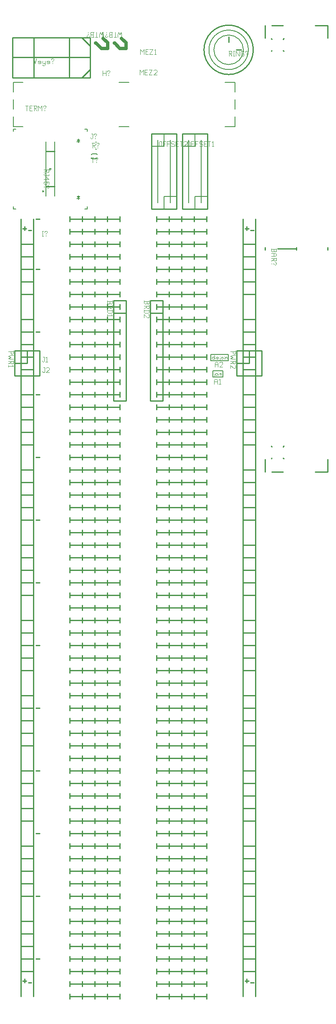
<source format=gbr>
G04 start of page 13 for group -4079 idx -4079 *
G04 Title: (unknown), topsilk *
G04 Creator: pcb 4.2.0 *
G04 CreationDate: Sat Jul  4 16:09:31 2020 UTC *
G04 For: commonadmin *
G04 Format: Gerber/RS-274X *
G04 PCB-Dimensions (mil): 3500.00 8250.00 *
G04 PCB-Coordinate-Origin: lower left *
%MOIN*%
%FSLAX25Y25*%
%LNTOPSILK*%
%ADD204C,0.0040*%
%ADD203C,0.0080*%
%ADD202C,0.0250*%
%ADD201C,0.0060*%
%ADD200C,0.0100*%
G54D200*X142000Y736000D02*Y676000D01*
X162000D01*
Y736000D01*
X142000D01*
G54D201*X147000Y731000D02*Y681000D01*
X157000Y731000D02*Y681000D01*
X152000Y676000D02*Y686000D01*
X162000D01*
X152000Y726000D02*X142000D01*
X152000D02*Y736000D01*
X127500Y686000D02*Y676000D01*
Y686000D02*X137500D01*
X117500Y726000D02*X127500D01*
Y736000D02*Y726000D01*
X122500Y731000D02*Y681000D01*
X132500Y731000D02*Y681000D01*
G54D200*X117500Y676000D02*X137500D01*
X117500Y736000D02*Y676000D01*
Y736000D02*X137500D01*
Y676000D01*
X179000Y813236D02*Y808906D01*
X184906Y803000D02*X189236D01*
G54D201*X167189D02*G75*G03X179000Y791189I11811J0D01*G01*
Y814811D02*G75*G03X167189Y803000I0J-11811D01*G01*
X190811Y803000D02*G75*G03X179000Y814811I-11811J0D01*G01*
Y791189D02*G75*G03X190811Y803000I0J11811D01*G01*
X179000Y787252D02*G75*G03X194748Y803000I0J15748D01*G01*
Y803000D02*G75*G03X179000Y818748I-15748J0D01*G01*
G75*G03X163252Y803000I0J-15748D01*G01*
Y803000D02*G75*G03X179000Y787252I15748J0D01*G01*
G54D200*X198685Y803000D02*G75*G03X179000Y822685I-19685J0D01*G01*
G75*G03X159315Y803000I0J-19685D01*G01*
Y803000D02*G75*G03X179000Y783315I19685J0D01*G01*
G75*G03X198685Y803000I0J19685D01*G01*
X6571Y812748D02*Y780858D01*
X68382D01*
Y812748D01*
X6571D01*
X61689D02*X68382Y806055D01*
X61689Y780858D02*X68382Y787551D01*
X23500Y812748D02*Y780858D01*
X51846Y812748D02*Y780858D01*
X6571Y797000D02*X68382D01*
G54D202*X82283Y808661D02*Y804724D01*
Y808661D02*X78740Y812205D01*
X77291Y804205D02*X82283D01*
X72835Y808268D02*X73228D01*
X77291Y804205D02*X73228Y808268D01*
X97047Y808661D02*Y804724D01*
Y808661D02*X93504Y812205D01*
X92055Y804205D02*X97047D01*
X87598Y808268D02*X87992D01*
X92055Y804205D02*X87992Y808268D01*
G54D201*X73407Y716050D02*X74207Y716850D01*
X69907Y716050D02*X73407D01*
X69207Y716750D02*X69907Y716050D01*
X70007Y720050D02*X69307Y719350D01*
X70007Y720050D02*X73507D01*
X74207Y719350D02*X73507Y720050D01*
G54D203*X72607Y729255D02*X73393D01*
X72607Y723745D02*X73393D01*
G54D201*X58980Y732000D02*Y731213D01*
Y729835D02*Y729047D01*
X57799Y729835D02*X60161D01*
X57996Y731213D02*X59965D01*
X58980Y730228D02*X57996Y731213D01*
X59965D02*X58980Y730228D01*
X60039Y685917D02*X59055Y684933D01*
X58071Y685917D01*
X60039D01*
X57874Y684539D02*X60236D01*
X59055D02*Y683752D01*
Y686705D02*Y685917D01*
G54D200*X32957Y694008D02*X40043D01*
X32957Y721961D02*X40043D01*
G54D201*X32957Y729638D02*Y686528D01*
X40043Y729638D02*Y686528D01*
X36500Y708772D02*Y707197D01*
X35713Y707984D02*X37287D01*
X6972Y739874D02*X8941D01*
X6972D02*Y737906D01*
Y676094D02*X8941D01*
X6972Y678063D02*Y676094D01*
X64059Y739874D02*X66028D01*
Y737906D01*
X64059Y676094D02*X66028D01*
Y678063D02*Y676094D01*
X31382Y690858D02*X30398Y689874D01*
Y690858D02*X31382Y689874D01*
X91563Y777217D02*X99437D01*
X91563Y741783D02*X99437D01*
X6917Y763437D02*Y755563D01*
X184083Y763437D02*Y755563D01*
Y777217D02*Y769343D01*
Y777217D02*X176209D01*
X184083Y741783D02*Y749657D01*
Y741783D02*X176209D01*
X6917Y777217D02*X14791D01*
X6917D02*Y769343D01*
Y741783D02*Y749657D01*
Y741783D02*X14791D01*
G54D200*X223000Y477000D02*X222500Y477500D01*
X213000Y487000D02*X213500Y486500D01*
X213000Y477000D02*X213500Y477500D01*
X223000Y487000D02*X222500Y486500D01*
X213000Y812000D02*X213500Y811500D01*
X213000Y802000D02*X213500Y802500D01*
X223000Y812000D02*X222500Y811500D01*
X223000Y802000D02*X222500Y802500D01*
X213500Y822500D02*X222500D01*
X213500Y466500D02*X222500D01*
X218000Y644500D02*X233000D01*
Y645500D02*Y643500D01*
X208000Y645500D02*Y643500D01*
X258000Y645500D02*Y643500D01*
X248000Y822500D02*X258000D01*
Y812500D01*
X248000Y466500D02*X258000D01*
Y476500D02*Y466500D01*
X208000Y476500D02*Y466500D01*
Y822500D02*Y812500D01*
X8000Y563000D02*Y543000D01*
X28000D01*
Y563000D01*
X8000D01*
Y553000D02*X18000D01*
Y563000D01*
X161500Y50000D02*Y46000D01*
X151500Y50000D02*Y46000D01*
X141500Y50000D02*Y46000D01*
X131500Y50000D02*Y46000D01*
X121500Y50000D02*Y46000D01*
X92000Y50000D02*Y46000D01*
X82000Y50000D02*Y46000D01*
X72000Y50000D02*Y46000D01*
X62000Y50000D02*Y46000D01*
X52000Y50000D02*Y46000D01*
X121500Y48000D02*X161500D01*
X52000D02*X92000D01*
X161500Y60000D02*Y56000D01*
X151500Y60000D02*Y56000D01*
X141500Y60000D02*Y56000D01*
X131500Y60000D02*Y56000D01*
X121500Y60000D02*Y56000D01*
X92000Y60000D02*Y56000D01*
X82000Y60000D02*Y56000D01*
X72000Y60000D02*Y56000D01*
X62000Y60000D02*Y56000D01*
X52000Y60000D02*Y56000D01*
X121500Y58000D02*X161500D01*
X52000D02*X92000D01*
X161500Y100000D02*Y96000D01*
X151500Y100000D02*Y96000D01*
X141500Y100000D02*Y96000D01*
X131500Y100000D02*Y96000D01*
X121500Y100000D02*Y96000D01*
X92000Y100000D02*Y96000D01*
X82000Y100000D02*Y96000D01*
X72000Y100000D02*Y96000D01*
X62000Y100000D02*Y96000D01*
X52000Y100000D02*Y96000D01*
X121500Y98000D02*X161500D01*
X52000D02*X92000D01*
X25000Y78000D02*X28000D01*
X25000Y128000D02*X28000D01*
X25000Y178000D02*X28000D01*
X25000Y228000D02*X28000D01*
X25000Y278000D02*X28000D01*
X25000Y328000D02*X28000D01*
X25000Y378000D02*X28000D01*
X25000Y428000D02*X28000D01*
X25000Y478000D02*X28000D01*
X25000Y528000D02*X28000D01*
X25000Y578000D02*X28000D01*
X25000Y628000D02*X28000D01*
X25000Y668000D02*X28000D01*
X161500Y70000D02*Y66000D01*
X151500Y70000D02*Y66000D01*
X141500Y70000D02*Y66000D01*
X131500Y70000D02*Y66000D01*
X121500Y70000D02*Y66000D01*
X92000Y70000D02*Y66000D01*
X82000Y70000D02*Y66000D01*
X72000Y70000D02*Y66000D01*
X62000Y70000D02*Y66000D01*
X52000Y70000D02*Y66000D01*
X121500Y68000D02*X161500D01*
X52000D02*X92000D01*
X161500Y80000D02*Y76000D01*
X151500Y80000D02*Y76000D01*
X141500Y80000D02*Y76000D01*
X131500Y80000D02*Y76000D01*
X121500Y80000D02*Y76000D01*
X92000Y80000D02*Y76000D01*
X82000Y80000D02*Y76000D01*
X72000Y80000D02*Y76000D01*
X62000Y80000D02*Y76000D01*
X52000Y80000D02*Y76000D01*
X121500Y78000D02*X161500D01*
X52000D02*X92000D01*
X161500Y90000D02*Y86000D01*
X151500Y90000D02*Y86000D01*
X141500Y90000D02*Y86000D01*
X131500Y90000D02*Y86000D01*
X121500Y90000D02*Y86000D01*
X92000Y90000D02*Y86000D01*
X82000Y90000D02*Y86000D01*
X72000Y90000D02*Y86000D01*
X62000Y90000D02*Y86000D01*
X52000Y90000D02*Y86000D01*
X121500Y88000D02*X161500D01*
X52000D02*X92000D01*
X161500Y110000D02*Y106000D01*
X151500Y110000D02*Y106000D01*
X141500Y110000D02*Y106000D01*
X131500Y110000D02*Y106000D01*
X121500Y110000D02*Y106000D01*
X92000Y110000D02*Y106000D01*
X82000Y110000D02*Y106000D01*
X72000Y110000D02*Y106000D01*
X62000Y110000D02*Y106000D01*
X52000Y110000D02*Y106000D01*
X121500Y108000D02*X161500D01*
X52000D02*X92000D01*
X161500Y120000D02*Y116000D01*
X151500Y120000D02*Y116000D01*
X141500Y120000D02*Y116000D01*
X131500Y120000D02*Y116000D01*
X121500Y120000D02*Y116000D01*
X92000Y120000D02*Y116000D01*
X82000Y120000D02*Y116000D01*
X72000Y120000D02*Y116000D01*
X62000Y120000D02*Y116000D01*
X52000Y120000D02*Y116000D01*
X121500Y118000D02*X161500D01*
X52000D02*X92000D01*
X161500Y130000D02*Y126000D01*
X151500Y130000D02*Y126000D01*
X141500Y130000D02*Y126000D01*
X131500Y130000D02*Y126000D01*
X121500Y130000D02*Y126000D01*
X92000Y130000D02*Y126000D01*
X82000Y130000D02*Y126000D01*
X72000Y130000D02*Y126000D01*
X62000Y130000D02*Y126000D01*
X52000Y130000D02*Y126000D01*
X121500Y128000D02*X161500D01*
X52000D02*X92000D01*
X161500Y140000D02*Y136000D01*
X151500Y140000D02*Y136000D01*
X141500Y140000D02*Y136000D01*
X131500Y140000D02*Y136000D01*
X121500Y140000D02*Y136000D01*
X92000Y140000D02*Y136000D01*
X82000Y140000D02*Y136000D01*
X72000Y140000D02*Y136000D01*
X62000Y140000D02*Y136000D01*
X52000Y140000D02*Y136000D01*
X121500Y138000D02*X161500D01*
X52000D02*X92000D01*
X161500Y150000D02*Y146000D01*
X151500Y150000D02*Y146000D01*
X141500Y150000D02*Y146000D01*
X131500Y150000D02*Y146000D01*
X121500Y150000D02*Y146000D01*
X92000Y150000D02*Y146000D01*
X82000Y150000D02*Y146000D01*
X72000Y150000D02*Y146000D01*
X62000Y150000D02*Y146000D01*
X52000Y150000D02*Y146000D01*
X121500Y148000D02*X161500D01*
X52000D02*X92000D01*
X161500Y160000D02*Y156000D01*
X151500Y160000D02*Y156000D01*
X141500Y160000D02*Y156000D01*
X131500Y160000D02*Y156000D01*
X121500Y160000D02*Y156000D01*
X92000Y160000D02*Y156000D01*
X82000Y160000D02*Y156000D01*
X72000Y160000D02*Y156000D01*
X62000Y160000D02*Y156000D01*
X52000Y160000D02*Y156000D01*
X121500Y158000D02*X161500D01*
X52000D02*X92000D01*
X161500Y170000D02*Y166000D01*
X151500Y170000D02*Y166000D01*
X141500Y170000D02*Y166000D01*
X131500Y170000D02*Y166000D01*
X121500Y170000D02*Y166000D01*
X92000Y170000D02*Y166000D01*
X82000Y170000D02*Y166000D01*
X72000Y170000D02*Y166000D01*
X62000Y170000D02*Y166000D01*
X52000Y170000D02*Y166000D01*
X121500Y168000D02*X161500D01*
X52000D02*X92000D01*
X161500Y180000D02*Y176000D01*
X151500Y180000D02*Y176000D01*
X141500Y180000D02*Y176000D01*
X131500Y180000D02*Y176000D01*
X121500Y180000D02*Y176000D01*
X92000Y180000D02*Y176000D01*
X82000Y180000D02*Y176000D01*
X72000Y180000D02*Y176000D01*
X62000Y180000D02*Y176000D01*
X52000Y180000D02*Y176000D01*
X121500Y178000D02*X161500D01*
X52000D02*X92000D01*
X161500Y190000D02*Y186000D01*
X151500Y190000D02*Y186000D01*
X141500Y190000D02*Y186000D01*
X131500Y190000D02*Y186000D01*
X121500Y190000D02*Y186000D01*
X92000Y190000D02*Y186000D01*
X82000Y190000D02*Y186000D01*
X72000Y190000D02*Y186000D01*
X62000Y190000D02*Y186000D01*
X52000Y190000D02*Y186000D01*
X121500Y188000D02*X161500D01*
X52000D02*X92000D01*
X161500Y200000D02*Y196000D01*
X151500Y200000D02*Y196000D01*
X141500Y200000D02*Y196000D01*
X131500Y200000D02*Y196000D01*
X121500Y200000D02*Y196000D01*
X92000Y200000D02*Y196000D01*
X82000Y200000D02*Y196000D01*
X72000Y200000D02*Y196000D01*
X62000Y200000D02*Y196000D01*
X52000Y200000D02*Y196000D01*
X121500Y198000D02*X161500D01*
X52000D02*X92000D01*
X161500Y210000D02*Y206000D01*
X151500Y210000D02*Y206000D01*
X141500Y210000D02*Y206000D01*
X131500Y210000D02*Y206000D01*
X121500Y210000D02*Y206000D01*
X92000Y210000D02*Y206000D01*
X82000Y210000D02*Y206000D01*
X72000Y210000D02*Y206000D01*
X62000Y210000D02*Y206000D01*
X52000Y210000D02*Y206000D01*
X121500Y208000D02*X161500D01*
X52000D02*X92000D01*
X161500Y220000D02*Y216000D01*
X151500Y220000D02*Y216000D01*
X141500Y220000D02*Y216000D01*
X131500Y220000D02*Y216000D01*
X121500Y220000D02*Y216000D01*
X92000Y220000D02*Y216000D01*
X82000Y220000D02*Y216000D01*
X72000Y220000D02*Y216000D01*
X62000Y220000D02*Y216000D01*
X52000Y220000D02*Y216000D01*
X121500Y218000D02*X161500D01*
X52000D02*X92000D01*
X161500Y230000D02*Y226000D01*
X151500Y230000D02*Y226000D01*
X141500Y230000D02*Y226000D01*
X131500Y230000D02*Y226000D01*
X121500Y230000D02*Y226000D01*
X92000Y230000D02*Y226000D01*
X82000Y230000D02*Y226000D01*
X72000Y230000D02*Y226000D01*
X62000Y230000D02*Y226000D01*
X52000Y230000D02*Y226000D01*
X121500Y228000D02*X161500D01*
X52000D02*X92000D01*
X161500Y240000D02*Y236000D01*
X151500Y240000D02*Y236000D01*
X141500Y240000D02*Y236000D01*
X131500Y240000D02*Y236000D01*
X121500Y240000D02*Y236000D01*
X92000Y240000D02*Y236000D01*
X82000Y240000D02*Y236000D01*
X72000Y240000D02*Y236000D01*
X62000Y240000D02*Y236000D01*
X52000Y240000D02*Y236000D01*
X121500Y238000D02*X161500D01*
X52000D02*X92000D01*
X161500Y250000D02*Y246000D01*
X151500Y250000D02*Y246000D01*
X141500Y250000D02*Y246000D01*
X131500Y250000D02*Y246000D01*
X121500Y250000D02*Y246000D01*
X92000Y250000D02*Y246000D01*
X82000Y250000D02*Y246000D01*
X72000Y250000D02*Y246000D01*
X62000Y250000D02*Y246000D01*
X52000Y250000D02*Y246000D01*
X121500Y248000D02*X161500D01*
X52000D02*X92000D01*
X161500Y260000D02*Y256000D01*
X151500Y260000D02*Y256000D01*
X141500Y260000D02*Y256000D01*
X131500Y260000D02*Y256000D01*
X121500Y260000D02*Y256000D01*
X92000Y260000D02*Y256000D01*
X82000Y260000D02*Y256000D01*
X72000Y260000D02*Y256000D01*
X62000Y260000D02*Y256000D01*
X52000Y260000D02*Y256000D01*
X121500Y258000D02*X161500D01*
X52000D02*X92000D01*
X161500Y270000D02*Y266000D01*
X151500Y270000D02*Y266000D01*
X141500Y270000D02*Y266000D01*
X131500Y270000D02*Y266000D01*
X121500Y270000D02*Y266000D01*
X92000Y270000D02*Y266000D01*
X82000Y270000D02*Y266000D01*
X72000Y270000D02*Y266000D01*
X62000Y270000D02*Y266000D01*
X52000Y270000D02*Y266000D01*
X121500Y268000D02*X161500D01*
X52000D02*X92000D01*
X161500Y280000D02*Y276000D01*
X151500Y280000D02*Y276000D01*
X141500Y280000D02*Y276000D01*
X131500Y280000D02*Y276000D01*
X121500Y280000D02*Y276000D01*
X92000Y280000D02*Y276000D01*
X82000Y280000D02*Y276000D01*
X72000Y280000D02*Y276000D01*
X62000Y280000D02*Y276000D01*
X52000Y280000D02*Y276000D01*
X121500Y278000D02*X161500D01*
X52000D02*X92000D01*
X161500Y290000D02*Y286000D01*
X151500Y290000D02*Y286000D01*
X141500Y290000D02*Y286000D01*
X131500Y290000D02*Y286000D01*
X121500Y290000D02*Y286000D01*
X92000Y290000D02*Y286000D01*
X82000Y290000D02*Y286000D01*
X72000Y290000D02*Y286000D01*
X62000Y290000D02*Y286000D01*
X52000Y290000D02*Y286000D01*
X121500Y288000D02*X161500D01*
X52000D02*X92000D01*
X161500Y300000D02*Y296000D01*
X151500Y300000D02*Y296000D01*
X141500Y300000D02*Y296000D01*
X131500Y300000D02*Y296000D01*
X121500Y300000D02*Y296000D01*
X92000Y300000D02*Y296000D01*
X82000Y300000D02*Y296000D01*
X72000Y300000D02*Y296000D01*
X62000Y300000D02*Y296000D01*
X52000Y300000D02*Y296000D01*
X121500Y298000D02*X161500D01*
X52000D02*X92000D01*
X161500Y310000D02*Y306000D01*
X151500Y310000D02*Y306000D01*
X141500Y310000D02*Y306000D01*
X131500Y310000D02*Y306000D01*
X121500Y310000D02*Y306000D01*
X92000Y310000D02*Y306000D01*
X82000Y310000D02*Y306000D01*
X72000Y310000D02*Y306000D01*
X62000Y310000D02*Y306000D01*
X52000Y310000D02*Y306000D01*
X121500Y308000D02*X161500D01*
X52000D02*X92000D01*
X161500Y320000D02*Y316000D01*
X151500Y320000D02*Y316000D01*
X141500Y320000D02*Y316000D01*
X131500Y320000D02*Y316000D01*
X121500Y320000D02*Y316000D01*
X92000Y320000D02*Y316000D01*
X82000Y320000D02*Y316000D01*
X72000Y320000D02*Y316000D01*
X62000Y320000D02*Y316000D01*
X52000Y320000D02*Y316000D01*
X121500Y318000D02*X161500D01*
X52000D02*X92000D01*
X161500Y330000D02*Y326000D01*
X151500Y330000D02*Y326000D01*
X141500Y330000D02*Y326000D01*
X131500Y330000D02*Y326000D01*
X121500Y330000D02*Y326000D01*
X92000Y330000D02*Y326000D01*
X82000Y330000D02*Y326000D01*
X72000Y330000D02*Y326000D01*
X62000Y330000D02*Y326000D01*
X52000Y330000D02*Y326000D01*
X121500Y328000D02*X161500D01*
X52000D02*X92000D01*
X161500Y340000D02*Y336000D01*
X151500Y340000D02*Y336000D01*
X141500Y340000D02*Y336000D01*
X131500Y340000D02*Y336000D01*
X121500Y340000D02*Y336000D01*
X92000Y340000D02*Y336000D01*
X82000Y340000D02*Y336000D01*
X72000Y340000D02*Y336000D01*
X62000Y340000D02*Y336000D01*
X52000Y340000D02*Y336000D01*
X121500Y338000D02*X161500D01*
X52000D02*X92000D01*
X161500Y350000D02*Y346000D01*
X151500Y350000D02*Y346000D01*
X141500Y350000D02*Y346000D01*
X131500Y350000D02*Y346000D01*
X121500Y350000D02*Y346000D01*
X92000Y350000D02*Y346000D01*
X82000Y350000D02*Y346000D01*
X72000Y350000D02*Y346000D01*
X62000Y350000D02*Y346000D01*
X52000Y350000D02*Y346000D01*
X121500Y348000D02*X161500D01*
X52000D02*X92000D01*
X161500Y360000D02*Y356000D01*
X151500Y360000D02*Y356000D01*
X141500Y360000D02*Y356000D01*
X131500Y360000D02*Y356000D01*
X121500Y360000D02*Y356000D01*
X92000Y360000D02*Y356000D01*
X82000Y360000D02*Y356000D01*
X72000Y360000D02*Y356000D01*
X62000Y360000D02*Y356000D01*
X52000Y360000D02*Y356000D01*
X121500Y358000D02*X161500D01*
X52000D02*X92000D01*
X161500Y370000D02*Y366000D01*
X151500Y370000D02*Y366000D01*
X141500Y370000D02*Y366000D01*
X131500Y370000D02*Y366000D01*
X121500Y370000D02*Y366000D01*
X92000Y370000D02*Y366000D01*
X82000Y370000D02*Y366000D01*
X72000Y370000D02*Y366000D01*
X62000Y370000D02*Y366000D01*
X52000Y370000D02*Y366000D01*
X121500Y368000D02*X161500D01*
X52000D02*X92000D01*
X161500Y380000D02*Y376000D01*
X151500Y380000D02*Y376000D01*
X141500Y380000D02*Y376000D01*
X131500Y380000D02*Y376000D01*
X121500Y380000D02*Y376000D01*
X92000Y380000D02*Y376000D01*
X82000Y380000D02*Y376000D01*
X72000Y380000D02*Y376000D01*
X62000Y380000D02*Y376000D01*
X52000Y380000D02*Y376000D01*
X121500Y378000D02*X161500D01*
X52000D02*X92000D01*
X161500Y390000D02*Y386000D01*
X151500Y390000D02*Y386000D01*
X141500Y390000D02*Y386000D01*
X131500Y390000D02*Y386000D01*
X121500Y390000D02*Y386000D01*
X92000Y390000D02*Y386000D01*
X82000Y390000D02*Y386000D01*
X72000Y390000D02*Y386000D01*
X62000Y390000D02*Y386000D01*
X52000Y390000D02*Y386000D01*
X121500Y388000D02*X161500D01*
X52000D02*X92000D01*
X161500Y400000D02*Y396000D01*
X151500Y400000D02*Y396000D01*
X141500Y400000D02*Y396000D01*
X131500Y400000D02*Y396000D01*
X121500Y400000D02*Y396000D01*
X92000Y400000D02*Y396000D01*
X82000Y400000D02*Y396000D01*
X72000Y400000D02*Y396000D01*
X62000Y400000D02*Y396000D01*
X52000Y400000D02*Y396000D01*
X121500Y398000D02*X161500D01*
X52000D02*X92000D01*
X161500Y410000D02*Y406000D01*
X151500Y410000D02*Y406000D01*
X141500Y410000D02*Y406000D01*
X131500Y410000D02*Y406000D01*
X121500Y410000D02*Y406000D01*
X92000Y410000D02*Y406000D01*
X82000Y410000D02*Y406000D01*
X72000Y410000D02*Y406000D01*
X62000Y410000D02*Y406000D01*
X52000Y410000D02*Y406000D01*
X121500Y408000D02*X161500D01*
X52000D02*X92000D01*
X161500Y420000D02*Y416000D01*
X151500Y420000D02*Y416000D01*
X141500Y420000D02*Y416000D01*
X131500Y420000D02*Y416000D01*
X121500Y420000D02*Y416000D01*
X92000Y420000D02*Y416000D01*
X82000Y420000D02*Y416000D01*
X72000Y420000D02*Y416000D01*
X62000Y420000D02*Y416000D01*
X52000Y420000D02*Y416000D01*
X121500Y418000D02*X161500D01*
X52000D02*X92000D01*
X161500Y430000D02*Y426000D01*
X151500Y430000D02*Y426000D01*
X141500Y430000D02*Y426000D01*
X131500Y430000D02*Y426000D01*
X121500Y430000D02*Y426000D01*
X92000Y430000D02*Y426000D01*
X82000Y430000D02*Y426000D01*
X72000Y430000D02*Y426000D01*
X62000Y430000D02*Y426000D01*
X52000Y430000D02*Y426000D01*
X121500Y428000D02*X161500D01*
X52000D02*X92000D01*
X161500Y440000D02*Y436000D01*
X151500Y440000D02*Y436000D01*
X141500Y440000D02*Y436000D01*
X131500Y440000D02*Y436000D01*
X121500Y440000D02*Y436000D01*
X92000Y440000D02*Y436000D01*
X82000Y440000D02*Y436000D01*
X72000Y440000D02*Y436000D01*
X62000Y440000D02*Y436000D01*
X52000Y440000D02*Y436000D01*
X121500Y438000D02*X161500D01*
X52000D02*X92000D01*
X161500Y450000D02*Y446000D01*
X151500Y450000D02*Y446000D01*
X141500Y450000D02*Y446000D01*
X131500Y450000D02*Y446000D01*
X121500Y450000D02*Y446000D01*
X92000Y450000D02*Y446000D01*
X82000Y450000D02*Y446000D01*
X72000Y450000D02*Y446000D01*
X62000Y450000D02*Y446000D01*
X52000Y450000D02*Y446000D01*
X121500Y448000D02*X161500D01*
X52000D02*X92000D01*
X161500Y460000D02*Y456000D01*
X151500Y460000D02*Y456000D01*
X141500Y460000D02*Y456000D01*
X131500Y460000D02*Y456000D01*
X121500Y460000D02*Y456000D01*
X92000Y460000D02*Y456000D01*
X82000Y460000D02*Y456000D01*
X72000Y460000D02*Y456000D01*
X62000Y460000D02*Y456000D01*
X52000Y460000D02*Y456000D01*
X121500Y458000D02*X161500D01*
X52000D02*X92000D01*
X161500Y470000D02*Y466000D01*
X151500Y470000D02*Y466000D01*
X141500Y470000D02*Y466000D01*
X131500Y470000D02*Y466000D01*
X121500Y470000D02*Y466000D01*
X92000Y470000D02*Y466000D01*
X82000Y470000D02*Y466000D01*
X72000Y470000D02*Y466000D01*
X62000Y470000D02*Y466000D01*
X52000Y470000D02*Y466000D01*
X121500Y468000D02*X161500D01*
X52000D02*X92000D01*
X161500Y480000D02*Y476000D01*
X151500Y480000D02*Y476000D01*
X141500Y480000D02*Y476000D01*
X131500Y480000D02*Y476000D01*
X121500Y480000D02*Y476000D01*
X92000Y480000D02*Y476000D01*
X82000Y480000D02*Y476000D01*
X72000Y480000D02*Y476000D01*
X62000Y480000D02*Y476000D01*
X52000Y480000D02*Y476000D01*
X121500Y478000D02*X161500D01*
X52000D02*X92000D01*
X161500Y490000D02*Y486000D01*
X151500Y490000D02*Y486000D01*
X141500Y490000D02*Y486000D01*
X131500Y490000D02*Y486000D01*
X121500Y490000D02*Y486000D01*
X92000Y490000D02*Y486000D01*
X82000Y490000D02*Y486000D01*
X72000Y490000D02*Y486000D01*
X62000Y490000D02*Y486000D01*
X52000Y490000D02*Y486000D01*
X121500Y488000D02*X161500D01*
X52000D02*X92000D01*
X161500Y500000D02*Y496000D01*
X151500Y500000D02*Y496000D01*
X141500Y500000D02*Y496000D01*
X131500Y500000D02*Y496000D01*
X121500Y500000D02*Y496000D01*
X92000Y500000D02*Y496000D01*
X82000Y500000D02*Y496000D01*
X72000Y500000D02*Y496000D01*
X62000Y500000D02*Y496000D01*
X52000Y500000D02*Y496000D01*
X121500Y498000D02*X161500D01*
X52000D02*X92000D01*
X161500Y510000D02*Y506000D01*
X151500Y510000D02*Y506000D01*
X141500Y510000D02*Y506000D01*
X131500Y510000D02*Y506000D01*
X121500Y510000D02*Y506000D01*
X92000Y510000D02*Y506000D01*
X82000Y510000D02*Y506000D01*
X72000Y510000D02*Y506000D01*
X62000Y510000D02*Y506000D01*
X52000Y510000D02*Y506000D01*
X121500Y508000D02*X161500D01*
X52000D02*X92000D01*
X161500Y520000D02*Y516000D01*
X151500Y520000D02*Y516000D01*
X141500Y520000D02*Y516000D01*
X131500Y520000D02*Y516000D01*
X121500Y520000D02*Y516000D01*
X92000Y520000D02*Y516000D01*
X82000Y520000D02*Y516000D01*
X72000Y520000D02*Y516000D01*
X62000Y520000D02*Y516000D01*
X52000Y520000D02*Y516000D01*
X121500Y518000D02*X161500D01*
X52000D02*X92000D01*
X161500Y530000D02*Y526000D01*
X151500Y530000D02*Y526000D01*
X141500Y530000D02*Y526000D01*
X131500Y530000D02*Y526000D01*
X121500Y530000D02*Y526000D01*
X92000Y530000D02*Y526000D01*
X82000Y530000D02*Y526000D01*
X72000Y530000D02*Y526000D01*
X62000Y530000D02*Y526000D01*
X52000Y530000D02*Y526000D01*
X121500Y528000D02*X161500D01*
X52000D02*X92000D01*
X161500Y540000D02*Y536000D01*
X151500Y540000D02*Y536000D01*
X141500Y540000D02*Y536000D01*
X131500Y540000D02*Y536000D01*
X121500Y540000D02*Y536000D01*
X92000Y540000D02*Y536000D01*
X82000Y540000D02*Y536000D01*
X72000Y540000D02*Y536000D01*
X62000Y540000D02*Y536000D01*
X52000Y540000D02*Y536000D01*
X121500Y538000D02*X161500D01*
X52000D02*X92000D01*
X161500Y550000D02*Y546000D01*
X151500Y550000D02*Y546000D01*
X141500Y550000D02*Y546000D01*
X131500Y550000D02*Y546000D01*
X121500Y550000D02*Y546000D01*
X92000Y550000D02*Y546000D01*
X82000Y550000D02*Y546000D01*
X72000Y550000D02*Y546000D01*
X62000Y550000D02*Y546000D01*
X52000Y550000D02*Y546000D01*
X121500Y548000D02*X161500D01*
X52000D02*X92000D01*
X161500Y560000D02*Y556000D01*
X151500Y560000D02*Y556000D01*
X141500Y560000D02*Y556000D01*
X131500Y560000D02*Y556000D01*
X121500Y560000D02*Y556000D01*
X92000Y560000D02*Y556000D01*
X82000Y560000D02*Y556000D01*
X72000Y560000D02*Y556000D01*
X62000Y560000D02*Y556000D01*
X52000Y560000D02*Y556000D01*
X121500Y558000D02*X161500D01*
X52000D02*X92000D01*
X161500Y570000D02*Y566000D01*
X151500Y570000D02*Y566000D01*
X141500Y570000D02*Y566000D01*
X131500Y570000D02*Y566000D01*
X121500Y570000D02*Y566000D01*
X92000Y570000D02*Y566000D01*
X82000Y570000D02*Y566000D01*
X72000Y570000D02*Y566000D01*
X62000Y570000D02*Y566000D01*
X52000Y570000D02*Y566000D01*
X121500Y568000D02*X161500D01*
X52000D02*X92000D01*
X161500Y580000D02*Y576000D01*
X151500Y580000D02*Y576000D01*
X141500Y580000D02*Y576000D01*
X131500Y580000D02*Y576000D01*
X121500Y580000D02*Y576000D01*
X92000Y580000D02*Y576000D01*
X82000Y580000D02*Y576000D01*
X72000Y580000D02*Y576000D01*
X62000Y580000D02*Y576000D01*
X52000Y580000D02*Y576000D01*
X121500Y578000D02*X161500D01*
X52000D02*X92000D01*
X161500Y590000D02*Y586000D01*
X151500Y590000D02*Y586000D01*
X141500Y590000D02*Y586000D01*
X131500Y590000D02*Y586000D01*
X121500Y590000D02*Y586000D01*
X92000Y590000D02*Y586000D01*
X82000Y590000D02*Y586000D01*
X72000Y590000D02*Y586000D01*
X62000Y590000D02*Y586000D01*
X52000Y590000D02*Y586000D01*
X121500Y588000D02*X161500D01*
X52000D02*X92000D01*
X161500Y600000D02*Y596000D01*
X151500Y600000D02*Y596000D01*
X141500Y600000D02*Y596000D01*
X131500Y600000D02*Y596000D01*
X121500Y600000D02*Y596000D01*
X92000Y600000D02*Y596000D01*
X82000Y600000D02*Y596000D01*
X72000Y600000D02*Y596000D01*
X62000Y600000D02*Y596000D01*
X52000Y600000D02*Y596000D01*
X121500Y598000D02*X161500D01*
X52000D02*X92000D01*
X161500Y610000D02*Y606000D01*
X151500Y610000D02*Y606000D01*
X141500Y610000D02*Y606000D01*
X131500Y610000D02*Y606000D01*
X121500Y610000D02*Y606000D01*
X92000Y610000D02*Y606000D01*
X82000Y610000D02*Y606000D01*
X72000Y610000D02*Y606000D01*
X62000Y610000D02*Y606000D01*
X52000Y610000D02*Y606000D01*
X121500Y608000D02*X161500D01*
X52000D02*X92000D01*
X161500Y620000D02*Y616000D01*
X151500Y620000D02*Y616000D01*
X141500Y620000D02*Y616000D01*
X131500Y620000D02*Y616000D01*
X121500Y620000D02*Y616000D01*
X92000Y620000D02*Y616000D01*
X82000Y620000D02*Y616000D01*
X72000Y620000D02*Y616000D01*
X62000Y620000D02*Y616000D01*
X52000Y620000D02*Y616000D01*
X121500Y618000D02*X161500D01*
X52000D02*X92000D01*
X161500Y630000D02*Y626000D01*
X151500Y630000D02*Y626000D01*
X141500Y630000D02*Y626000D01*
X131500Y630000D02*Y626000D01*
X121500Y630000D02*Y626000D01*
X92000Y630000D02*Y626000D01*
X82000Y630000D02*Y626000D01*
X72000Y630000D02*Y626000D01*
X62000Y630000D02*Y626000D01*
X52000Y630000D02*Y626000D01*
X121500Y628000D02*X161500D01*
X52000D02*X92000D01*
X161500Y640000D02*Y636000D01*
X151500Y640000D02*Y636000D01*
X141500Y640000D02*Y636000D01*
X131500Y640000D02*Y636000D01*
X121500Y640000D02*Y636000D01*
X92000Y640000D02*Y636000D01*
X82000Y640000D02*Y636000D01*
X72000Y640000D02*Y636000D01*
X62000Y640000D02*Y636000D01*
X52000Y640000D02*Y636000D01*
X121500Y638000D02*X161500D01*
X52000D02*X92000D01*
X161500Y650000D02*Y646000D01*
X151500Y650000D02*Y646000D01*
X141500Y650000D02*Y646000D01*
X131500Y650000D02*Y646000D01*
X121500Y650000D02*Y646000D01*
X92000Y650000D02*Y646000D01*
X82000Y650000D02*Y646000D01*
X72000Y650000D02*Y646000D01*
X62000Y650000D02*Y646000D01*
X52000Y650000D02*Y646000D01*
X121500Y648000D02*X161500D01*
X52000D02*X92000D01*
X161500Y660000D02*Y656000D01*
X151500Y660000D02*Y656000D01*
X141500Y660000D02*Y656000D01*
X131500Y660000D02*Y656000D01*
X121500Y660000D02*Y656000D01*
X92000Y660000D02*Y656000D01*
X82000Y660000D02*Y656000D01*
X72000Y660000D02*Y656000D01*
X62000Y660000D02*Y656000D01*
X52000Y660000D02*Y656000D01*
X121500Y658000D02*X161500D01*
X52000D02*X92000D01*
X161500Y670000D02*Y666000D01*
X151500Y670000D02*Y666000D01*
X141500Y670000D02*Y666000D01*
X131500Y670000D02*Y666000D01*
X121500Y670000D02*Y666000D01*
X92000Y670000D02*Y666000D01*
X82000Y670000D02*Y666000D01*
X72000Y670000D02*Y666000D01*
X62000Y670000D02*Y666000D01*
X52000Y670000D02*Y666000D01*
X121500Y668000D02*X161500D01*
X52000D02*X92000D01*
X200500Y48000D02*Y668000D01*
X190500D02*Y48000D01*
Y98000D02*X200500D01*
X190500Y108000D02*X200500D01*
X190500Y88000D02*X200500D01*
X190500Y78000D02*X200500D01*
X190500Y68000D02*X200500D01*
X190500Y158000D02*X200500D01*
X190500Y168000D02*X200500D01*
X190500Y148000D02*X200500D01*
X190500Y138000D02*X200500D01*
X190500Y128000D02*X200500D01*
X190500Y218000D02*X200500D01*
X190500Y228000D02*X200500D01*
X190500Y208000D02*X200500D01*
X190500Y198000D02*X200500D01*
X190500Y188000D02*X200500D01*
X190500Y278000D02*X200500D01*
X190500Y288000D02*X200500D01*
X190500Y268000D02*X200500D01*
X190500Y258000D02*X200500D01*
X190500Y248000D02*X200500D01*
X190500Y338000D02*X200500D01*
X190500Y348000D02*X200500D01*
X190500Y328000D02*X200500D01*
X190500Y318000D02*X200500D01*
X190500Y308000D02*X200500D01*
X190500Y398000D02*X200500D01*
X190500Y408000D02*X200500D01*
X190500Y388000D02*X200500D01*
X190500Y378000D02*X200500D01*
X190500Y368000D02*X200500D01*
X190500Y458000D02*X200500D01*
X190500Y468000D02*X200500D01*
X190500Y448000D02*X200500D01*
X190500Y438000D02*X200500D01*
X190500Y428000D02*X200500D01*
X190500Y518000D02*X200500D01*
X190500Y528000D02*X200500D01*
X190500Y508000D02*X200500D01*
X190500Y498000D02*X200500D01*
X190500Y488000D02*X200500D01*
X190500Y578000D02*X200500D01*
X190500Y588000D02*X200500D01*
X190500Y568000D02*X200500D01*
X190500Y558000D02*X200500D01*
X190500Y548000D02*X200500D01*
X190500Y638000D02*X200500D01*
X190500Y648000D02*X200500D01*
X190500Y628000D02*X200500D01*
X190500Y618000D02*X200500D01*
X190500Y608000D02*X200500D01*
X23000Y48000D02*Y668000D01*
X13000D02*Y48000D01*
Y98000D02*X23000D01*
X13000Y108000D02*X23000D01*
X13000Y88000D02*X23000D01*
X13000Y78000D02*X23000D01*
X13000Y68000D02*X23000D01*
X13000Y158000D02*X23000D01*
X13000Y168000D02*X23000D01*
X13000Y148000D02*X23000D01*
X13000Y138000D02*X23000D01*
X13000Y128000D02*X23000D01*
X13000Y218000D02*X23000D01*
X13000Y228000D02*X23000D01*
X13000Y208000D02*X23000D01*
X13000Y198000D02*X23000D01*
X13000Y188000D02*X23000D01*
X13000Y278000D02*X23000D01*
X13000Y288000D02*X23000D01*
X13000Y268000D02*X23000D01*
X13000Y258000D02*X23000D01*
X13000Y248000D02*X23000D01*
X13000Y338000D02*X23000D01*
X13000Y348000D02*X23000D01*
X13000Y328000D02*X23000D01*
X13000Y318000D02*X23000D01*
X13000Y308000D02*X23000D01*
X13000Y398000D02*X23000D01*
X13000Y408000D02*X23000D01*
X13000Y388000D02*X23000D01*
X13000Y378000D02*X23000D01*
X13000Y368000D02*X23000D01*
X13000Y458000D02*X23000D01*
X13000Y468000D02*X23000D01*
X13000Y448000D02*X23000D01*
X13000Y438000D02*X23000D01*
X13000Y428000D02*X23000D01*
X13000Y518000D02*X23000D01*
X13000Y528000D02*X23000D01*
X13000Y508000D02*X23000D01*
X13000Y498000D02*X23000D01*
X13000Y488000D02*X23000D01*
X13000Y578000D02*X23000D01*
X13000Y588000D02*X23000D01*
X13000Y568000D02*X23000D01*
X13000Y558000D02*X23000D01*
X13000Y548000D02*X23000D01*
X13000Y638000D02*X23000D01*
X13000Y648000D02*X23000D01*
X13000Y628000D02*X23000D01*
X13000Y618000D02*X23000D01*
X13000Y608000D02*X23000D01*
X19000Y659000D02*X21500D01*
X16000Y662000D02*Y659000D01*
X14500Y660500D02*X17500D01*
X196500Y659000D02*X199000D01*
X193500Y662000D02*Y659000D01*
X192000Y660500D02*X195000D01*
X19000Y59000D02*X21500D01*
X16000Y62000D02*Y59000D01*
X14500Y60500D02*X17500D01*
X196500Y59000D02*X199000D01*
X193500Y62000D02*Y59000D01*
X192000Y60500D02*X195000D01*
X87000Y603000D02*Y523000D01*
X97000D01*
Y603000D01*
X87000D01*
Y593000D02*X97000D01*
Y603000D01*
X116500D02*Y523000D01*
X126500D01*
Y603000D01*
X116500D01*
Y593000D02*X126500D01*
Y603000D01*
X185500Y563000D02*Y543000D01*
X205500D01*
Y563000D01*
X185500D01*
Y553000D02*X195500D01*
Y563000D01*
G54D204*X171636Y544920D02*X172016Y544540D01*
X173156D02*Y543400D01*
X172776Y544920D02*X173156Y544540D01*
X172396Y544920D02*X172776D01*
X172016Y544540D02*X172396Y544920D01*
X172016Y544540D02*Y543400D01*
X170876Y544540D02*Y543400D01*
Y545680D02*Y545604D01*
X168444Y543780D02*X168824Y543400D01*
X169584D01*
X169964Y543780D01*
Y544540D02*Y543780D01*
X169584Y544920D02*X169964Y544540D01*
X168824Y544920D02*X169584D01*
X168444Y544540D02*X168824Y544920D01*
X168444Y544540D02*Y543780D01*
X167304Y542259D02*X167684Y542639D01*
Y544540D02*Y542639D01*
Y545680D02*Y545604D01*
G54D201*X174300Y547200D02*Y542200D01*
X166300Y547200D02*Y542200D01*
Y547200D02*X174300D01*
X166300Y542200D02*X174300D01*
G54D204*X176139Y557918D02*X176519Y557537D01*
X177659D02*Y556398D01*
X177278Y557918D02*X177659Y557537D01*
X176898Y557918D02*X177278D01*
X176519Y557537D02*X176898Y557918D01*
X176519Y557537D02*Y556398D01*
X175378Y557537D02*Y556398D01*
Y558678D02*Y558602D01*
X172946Y556778D02*X173326Y556398D01*
X174087D01*
X174467Y556778D01*
Y557537D02*Y556778D01*
X174087Y557918D02*X174467Y557537D01*
X173326Y557918D02*X174087D01*
X172946Y557537D02*X173326Y557918D01*
X172946Y557537D02*Y556778D01*
X171806Y555257D02*X172187Y555637D01*
Y557537D02*Y555637D01*
Y558678D02*Y558602D01*
X168994Y556778D02*X169374Y556398D01*
X170515Y557918D02*X170894Y557537D01*
X169374Y557918D02*X170515D01*
X168994Y557537D02*X169374Y557918D01*
X168994Y557537D02*X169374Y557157D01*
X170515D01*
X170894Y556778D01*
X170515Y556398D02*X170894Y556778D01*
X169374Y556398D02*X170515D01*
X168235Y557537D02*Y556398D01*
Y558678D02*Y558602D01*
X166943Y557918D02*X167322Y557537D01*
X166182Y557918D02*X166943D01*
X165802Y557537D02*X166182Y557918D01*
X165802Y557537D02*Y556778D01*
X166182Y556398D01*
X166943D01*
X167322Y556778D01*
Y559437D02*Y556398D01*
G54D201*X164802Y555198D02*X178802D01*
X164802Y560198D02*Y555198D01*
Y560198D02*X178802D01*
Y555198D01*
G54D204*X3000Y562500D02*X7000D01*
Y563000D02*Y561000D01*
X6500Y560500D01*
X5500D02*X6500D01*
X5000Y561000D02*X5500Y560500D01*
X5000Y562500D02*Y561000D01*
Y559300D02*X7000D01*
X5000D02*X3000Y558800D01*
X5000Y557800D01*
X3000Y556800D01*
X5000Y556300D01*
X7000D01*
Y555100D02*Y553100D01*
X6500Y552600D01*
X5500D02*X6500D01*
X5000Y553100D02*X5500Y552600D01*
X5000Y554600D02*Y553100D01*
X3000Y554600D02*X7000D01*
X5000Y553800D02*X3000Y552600D01*
X6200Y551400D02*X7000Y550600D01*
X3000D02*X7000D01*
X3000Y551400D02*Y549900D01*
X30000Y658500D02*X31000D01*
X30500D02*Y654500D01*
X30000D02*X31000D01*
X33200Y656500D02*Y656000D01*
Y655000D02*Y654500D01*
X32200Y658000D02*Y657500D01*
Y658000D02*X32700Y658500D01*
X33700D01*
X34200Y658000D01*
Y657500D01*
X33200Y656500D02*X34200Y657500D01*
X31231Y549650D02*X32031D01*
Y546150D01*
X31531Y545650D02*X32031Y546150D01*
X31031Y545650D02*X31531D01*
X30531Y546150D02*X31031Y545650D01*
X30531Y546650D02*Y546150D01*
X33231Y549150D02*X33731Y549650D01*
X35231D01*
X35731Y549150D01*
Y548150D01*
X33231Y545650D02*X35731Y548150D01*
X33231Y545650D02*X35731D01*
X30869Y558150D02*X31669D01*
Y554650D01*
X31169Y554150D02*X31669Y554650D01*
X30669Y554150D02*X31169D01*
X30169Y554650D02*X30669Y554150D01*
X30169Y555150D02*Y554650D01*
X32869Y557350D02*X33669Y558150D01*
Y554150D01*
X32869D02*X34369D01*
X123500Y729500D02*Y726500D01*
Y729500D02*X124000Y730000D01*
X125000D01*
X125500Y729500D01*
Y726500D01*
X125000Y726000D02*X125500Y726500D01*
X124000Y726000D02*X125000D01*
X123500Y726500D02*X124000Y726000D01*
X126700Y730000D02*Y726000D01*
Y730000D02*X128700D01*
X126700Y728200D02*X128200D01*
X129900Y730000D02*Y726000D01*
Y730000D02*X131900D01*
X129900Y728200D02*X131400D01*
X135100Y730000D02*X135600Y729500D01*
X133600Y730000D02*X135100D01*
X133100Y729500D02*X133600Y730000D01*
X133100Y729500D02*Y728500D01*
X133600Y728000D01*
X135100D01*
X135600Y727500D01*
Y726500D01*
X135100Y726000D02*X135600Y726500D01*
X133600Y726000D02*X135100D01*
X133100Y726500D02*X133600Y726000D01*
X136800Y728200D02*X138300D01*
X136800Y726000D02*X138800D01*
X136800Y730000D02*Y726000D01*
Y730000D02*X138800D01*
X140000D02*X142000D01*
X141000D02*Y726000D01*
X143200Y729500D02*X143700Y730000D01*
X145200D01*
X145700Y729500D01*
Y728500D01*
X143200Y726000D02*X145700Y728500D01*
X143200Y726000D02*X145700D01*
X69307Y717150D02*X71307D01*
X70307D02*Y713150D01*
X73507Y715150D02*Y714650D01*
Y713650D02*Y713150D01*
X72507Y716650D02*Y716150D01*
Y716650D02*X73007Y717150D01*
X74007D01*
X74507Y716650D01*
Y716150D01*
X73507Y715150D02*X74507Y716150D01*
X69850Y728650D02*X71850D01*
X72350Y728150D01*
Y727150D01*
X71850Y726650D02*X72350Y727150D01*
X70350Y726650D02*X71850D01*
X70350Y728650D02*Y724650D01*
X71150Y726650D02*X72350Y724650D01*
X74550Y726650D02*Y726150D01*
Y725150D02*Y724650D01*
X73550Y728150D02*Y727650D01*
Y728150D02*X74050Y728650D01*
X75050D01*
X75550Y728150D01*
Y727650D01*
X74550Y726650D02*X75550Y727650D01*
X69507Y736150D02*X70307D01*
Y732650D01*
X69807Y732150D02*X70307Y732650D01*
X69307Y732150D02*X69807D01*
X68807Y732650D02*X69307Y732150D01*
X68807Y733150D02*Y732650D01*
X72507Y734150D02*Y733650D01*
Y732650D02*Y732150D01*
X71507Y735650D02*Y735150D01*
Y735650D02*X72007Y736150D01*
X73007D01*
X73507Y735650D01*
Y735150D01*
X72507Y734150D02*X73507Y735150D01*
X35500Y707984D02*Y705984D01*
X35000Y705484D01*
X34000D02*X35000D01*
X33500Y705984D02*X34000Y705484D01*
X33500Y707484D02*Y705984D01*
X31500Y707484D02*X35500D01*
X33500Y706684D02*X31500Y705484D01*
X35500Y703584D02*Y702784D01*
X32000D02*X35500D01*
X31500Y703284D02*X32000Y702784D01*
X31500Y703784D02*Y703284D01*
X32000Y704284D02*X31500Y703784D01*
X32000Y704284D02*X32500D01*
X33000Y701584D02*X35500Y699584D01*
X33000Y701584D02*Y699084D01*
X31500Y699584D02*X35500D01*
Y697884D02*Y695884D01*
X33500Y697884D02*X35500D01*
X33500D02*X34000Y697384D01*
Y696384D01*
X33500Y695884D01*
X32000D02*X33500D01*
X31500Y696384D02*X32000Y695884D01*
X31500Y697384D02*Y696384D01*
X32000Y697884D02*X31500Y697384D01*
X33000Y693684D02*X33500D01*
X31500D02*X32000D01*
X34500Y694684D02*X35000D01*
X35500Y694184D01*
Y693184D01*
X35000Y692684D01*
X34500D02*X35000D01*
X33500Y693684D02*X34500Y692684D01*
X213000Y644500D02*Y642500D01*
X213500Y642000D01*
X214700D01*
X215200Y642500D02*X214700Y642000D01*
X215200Y644000D02*Y642500D01*
X213000Y644000D02*X217000D01*
Y644500D02*Y642500D01*
X216500Y642000D01*
X215700D02*X216500D01*
X215200Y642500D02*X215700Y642000D01*
X213000Y640800D02*X216000D01*
X217000Y640100D01*
Y639000D01*
X216000Y638300D01*
X213000D02*X216000D01*
X215000Y640800D02*Y638300D01*
X217000Y637100D02*Y635100D01*
X216500Y634600D01*
X215500D02*X216500D01*
X215000Y635100D02*X215500Y634600D01*
X215000Y636600D02*Y635100D01*
X213000Y636600D02*X217000D01*
X215000Y635800D02*X213000Y634600D01*
X214500Y632400D02*X215000D01*
X213000D02*X213500D01*
X216000Y633400D02*X216500D01*
X217000Y632900D01*
Y631900D01*
X216500Y631400D01*
X216000D02*X216500D01*
X215000Y632400D02*X216000Y631400D01*
X146000Y729500D02*Y726500D01*
Y729500D02*X146500Y730000D01*
X147500D01*
X148000Y729500D01*
Y726500D01*
X147500Y726000D02*X148000Y726500D01*
X146500Y726000D02*X147500D01*
X146000Y726500D02*X146500Y726000D01*
X149200Y730000D02*Y726000D01*
Y730000D02*X151200D01*
X149200Y728200D02*X150700D01*
X152400Y730000D02*Y726000D01*
Y730000D02*X154400D01*
X152400Y728200D02*X153900D01*
X157600Y730000D02*X158100Y729500D01*
X156100Y730000D02*X157600D01*
X155600Y729500D02*X156100Y730000D01*
X155600Y729500D02*Y728500D01*
X156100Y728000D01*
X157600D01*
X158100Y727500D01*
Y726500D01*
X157600Y726000D02*X158100Y726500D01*
X156100Y726000D02*X157600D01*
X155600Y726500D02*X156100Y726000D01*
X159300Y728200D02*X160800D01*
X159300Y726000D02*X161300D01*
X159300Y730000D02*Y726000D01*
Y730000D02*X161300D01*
X162500D02*X164500D01*
X163500D02*Y726000D01*
X165700Y729200D02*X166500Y730000D01*
Y726000D01*
X165700D02*X167200D01*
X179000Y802000D02*X181000D01*
X181500Y801500D01*
Y800500D01*
X181000Y800000D02*X181500Y800500D01*
X179500Y800000D02*X181000D01*
X179500Y802000D02*Y798000D01*
X180300Y800000D02*X181500Y798000D01*
X182700Y802000D02*X183700D01*
X183200D02*Y798000D01*
X182700D02*X183700D01*
X184900Y802000D02*Y798000D01*
Y802000D02*X187400Y798000D01*
Y802000D02*Y798000D01*
X190600Y802000D02*X191100Y801500D01*
X189100Y802000D02*X190600D01*
X188600Y801500D02*X189100Y802000D01*
X188600Y801500D02*Y798500D01*
X189100Y798000D01*
X190600D01*
X191100Y798500D01*
Y799500D02*Y798500D01*
X190600Y800000D02*X191100Y799500D01*
X189600Y800000D02*X190600D01*
X193300D02*Y799500D01*
Y798500D02*Y798000D01*
X192300Y801500D02*Y801000D01*
Y801500D02*X192800Y802000D01*
X193800D01*
X194300Y801500D01*
Y801000D01*
X193300Y800000D02*X194300Y801000D01*
X180500Y562500D02*X184500D01*
Y563000D02*Y561000D01*
X184000Y560500D01*
X183000D02*X184000D01*
X182500Y561000D02*X183000Y560500D01*
X182500Y562500D02*Y561000D01*
Y559300D02*X184500D01*
X182500D02*X180500Y558800D01*
X182500Y557800D01*
X180500Y556800D01*
X182500Y556300D01*
X184500D01*
Y555100D02*Y553100D01*
X184000Y552600D01*
X183000D02*X184000D01*
X182500Y553100D02*X183000Y552600D01*
X182500Y554600D02*Y553100D01*
X180500Y554600D02*X184500D01*
X182500Y553800D02*X180500Y552600D01*
X184000Y551400D02*X184500Y550900D01*
Y549400D01*
X184000Y548900D01*
X183000D02*X184000D01*
X180500Y551400D02*X183000Y548900D01*
X180500Y551400D02*Y548900D01*
X167500Y539500D02*Y536500D01*
Y539500D02*X168200Y540500D01*
X169300D01*
X170000Y539500D01*
Y536500D01*
X167500Y538500D02*X170000D01*
X171200Y539700D02*X172000Y540500D01*
Y536500D01*
X171200D02*X172700D01*
X168000Y553000D02*Y550000D01*
Y553000D02*X168700Y554000D01*
X169800D01*
X170500Y553000D01*
Y550000D01*
X168000Y552000D02*X170500D01*
X171700Y553500D02*X172200Y554000D01*
X173700D01*
X174200Y553500D01*
Y552500D01*
X171700Y550000D02*X174200Y552500D01*
X171700Y550000D02*X174200D01*
X78500Y786500D02*Y782500D01*
X81000Y786500D02*Y782500D01*
X78500Y784500D02*X81000D01*
X83200D02*Y784000D01*
Y783000D02*Y782500D01*
X82200Y786000D02*Y785500D01*
Y786000D02*X82700Y786500D01*
X83700D01*
X84200Y786000D01*
Y785500D01*
X83200Y784500D02*X84200Y785500D01*
X16760Y758500D02*X18760D01*
X17760D02*Y754500D01*
X19960Y756700D02*X21460D01*
X19960Y754500D02*X21960D01*
X19960Y758500D02*Y754500D01*
Y758500D02*X21960D01*
X23160D02*X25160D01*
X25660Y758000D01*
Y757000D01*
X25160Y756500D02*X25660Y757000D01*
X23660Y756500D02*X25160D01*
X23660Y758500D02*Y754500D01*
X24460Y756500D02*X25660Y754500D01*
X26860Y758500D02*Y754500D01*
Y758500D02*X28360Y756500D01*
X29860Y758500D01*
Y754500D01*
X32060Y756500D02*Y756000D01*
Y755000D02*Y754500D01*
X31060Y758000D02*Y757500D01*
Y758000D02*X31560Y758500D01*
X32560D01*
X33060Y758000D01*
Y757500D01*
X32060Y756500D02*X33060Y757500D01*
X23500Y796000D02*X24500Y792000D01*
X25500Y796000D01*
X27200Y792000D02*X28700D01*
X29200Y792500D01*
X28700Y793000D02*X29200Y792500D01*
X27200Y793000D02*X28700D01*
X26700Y793500D02*X27200Y793000D01*
X26700Y793500D02*X27200Y794000D01*
X28700D01*
X29200Y793500D01*
X26700Y792500D02*X27200Y792000D01*
X30400Y794000D02*Y792500D01*
X30900Y792000D01*
X32400Y794000D02*Y791000D01*
X31900Y790500D02*X32400Y791000D01*
X30900Y790500D02*X31900D01*
X30400Y791000D02*X30900Y790500D01*
Y792000D02*X31900D01*
X32400Y792500D01*
X34100Y792000D02*X35600D01*
X36100Y792500D01*
X35600Y793000D02*X36100Y792500D01*
X34100Y793000D02*X35600D01*
X33600Y793500D02*X34100Y793000D01*
X33600Y793500D02*X34100Y794000D01*
X35600D01*
X36100Y793500D01*
X33600Y792500D02*X34100Y792000D01*
X38300Y794000D02*Y793500D01*
Y792500D02*Y792000D01*
X37300Y795500D02*Y795000D01*
Y795500D02*X37800Y796000D01*
X38800D01*
X39300Y795500D01*
Y795000D01*
X38300Y794000D02*X39300Y795000D01*
X108500Y803500D02*Y799500D01*
Y803500D02*X110000Y801500D01*
X111500Y803500D01*
Y799500D01*
X112700Y801700D02*X114200D01*
X112700Y799500D02*X114700D01*
X112700Y803500D02*Y799500D01*
Y803500D02*X114700D01*
X115900D02*X118400D01*
X115900Y799500D02*X118400Y803500D01*
X115900Y799500D02*X118400D01*
X119600Y802700D02*X120400Y803500D01*
Y799500D01*
X119600D02*X121100D01*
X78740Y815205D02*Y813205D01*
Y815205D02*X78240Y817205D01*
X77240Y815205D01*
X76240Y817205D01*
X75740Y815205D01*
Y813205D01*
X72540D02*X74540D01*
X73540Y817205D02*Y813205D01*
X69340Y817205D02*X71340D01*
X69340D02*X68840Y816705D01*
Y815505D01*
X69340Y815005D02*X68840Y815505D01*
X69340Y815005D02*X70840D01*
Y817205D02*Y813205D01*
X69340D02*X71340D01*
X69340D02*X68840Y813705D01*
Y814505D02*Y813705D01*
X69340Y815005D02*X68840Y814505D01*
X66640Y815705D02*Y815205D01*
Y817205D02*Y816705D01*
X67640Y814205D02*Y813705D01*
X67140Y813205D01*
X66140D02*X67140D01*
X66140D02*X65640Y813705D01*
Y814205D02*Y813705D01*
X66640Y815205D02*X65640Y814205D01*
X93504Y815205D02*Y813205D01*
Y815205D02*X93004Y817205D01*
X92004Y815205D01*
X91004Y817205D01*
X90504Y815205D01*
Y813205D01*
X87304D02*X89304D01*
X88304Y817205D02*Y813205D01*
X84104Y817205D02*X86104D01*
X84104D02*X83604Y816705D01*
Y815505D01*
X84104Y815005D02*X83604Y815505D01*
X84104Y815005D02*X85604D01*
Y817205D02*Y813205D01*
X84104D02*X86104D01*
X84104D02*X83604Y813705D01*
Y814505D02*Y813705D01*
X84104Y815005D02*X83604Y814505D01*
X81404Y815705D02*Y815205D01*
Y817205D02*Y816705D01*
X82404Y814205D02*Y813705D01*
X81904Y813205D01*
X80904D02*X81904D01*
X80904D02*X80404Y813705D01*
Y814205D02*Y813705D01*
X81404Y815205D02*X80404Y814205D01*
X79204Y814005D02*X78404Y813205D01*
Y817205D02*Y813205D01*
X77704Y817205D02*X79204D01*
X108000Y787000D02*Y783000D01*
Y787000D02*X109500Y785000D01*
X111000Y787000D01*
Y783000D01*
X112200Y785200D02*X113700D01*
X112200Y783000D02*X114200D01*
X112200Y787000D02*Y783000D01*
Y787000D02*X114200D01*
X115400D02*X117900D01*
X115400Y783000D02*X117900Y787000D01*
X115400Y783000D02*X117900D01*
X119100Y786500D02*X119600Y787000D01*
X121100D01*
X121600Y786500D01*
Y785500D01*
X119100Y783000D02*X121600Y785500D01*
X119100Y783000D02*X121600D01*
X82000Y603000D02*Y601000D01*
X82500Y600500D01*
X83700D01*
X84200Y601000D02*X83700Y600500D01*
X84200Y602500D02*Y601000D01*
X82000Y602500D02*X86000D01*
Y603000D02*Y601000D01*
X85500Y600500D01*
X84700D02*X85500D01*
X84200Y601000D02*X84700Y600500D01*
X86000Y599300D02*Y597300D01*
X85500Y596800D01*
X84500D02*X85500D01*
X84000Y597300D02*X84500Y596800D01*
X84000Y598800D02*Y597300D01*
X82000Y598800D02*X86000D01*
X84000Y598000D02*X82000Y596800D01*
Y595100D02*X86000D01*
Y593800D02*X85300Y593100D01*
X82700D02*X85300D01*
X82000Y593800D02*X82700Y593100D01*
X82000Y595600D02*Y593800D01*
X86000Y595600D02*Y593800D01*
X85200Y591900D02*X86000Y591100D01*
X82000D02*X86000D01*
X82000Y591900D02*Y590400D01*
X111500Y603000D02*Y601000D01*
X112000Y600500D01*
X113200D01*
X113700Y601000D02*X113200Y600500D01*
X113700Y602500D02*Y601000D01*
X111500Y602500D02*X115500D01*
Y603000D02*Y601000D01*
X115000Y600500D01*
X114200D02*X115000D01*
X113700Y601000D02*X114200Y600500D01*
X115500Y599300D02*Y597300D01*
X115000Y596800D01*
X114000D02*X115000D01*
X113500Y597300D02*X114000Y596800D01*
X113500Y598800D02*Y597300D01*
X111500Y598800D02*X115500D01*
X113500Y598000D02*X111500Y596800D01*
Y595100D02*X115500D01*
Y593800D02*X114800Y593100D01*
X112200D02*X114800D01*
X111500Y593800D02*X112200Y593100D01*
X111500Y595600D02*Y593800D01*
X115500Y595600D02*Y593800D01*
X115000Y591900D02*X115500Y591400D01*
Y589900D01*
X115000Y589400D01*
X114000D02*X115000D01*
X111500Y591900D02*X114000Y589400D01*
X111500Y591900D02*Y589400D01*
M02*

</source>
